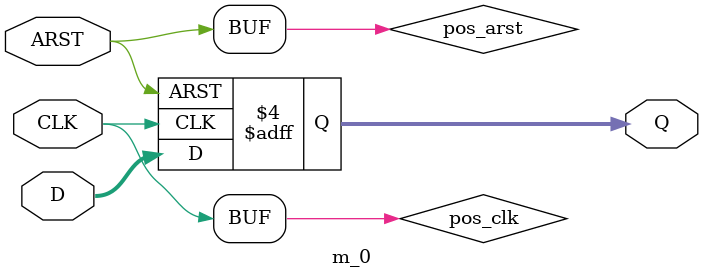
<source format=v>
module m_0(ARST, CLK, D, Q);

parameter WIDTH = 2;
parameter CLK_POLARITY = 1'b1;
parameter ARST_POLARITY = 1'b1;
parameter ARST_VALUE = 2;

input CLK, ARST;
input [WIDTH-1:0] D;
output reg [WIDTH-1:0] Q;
wire pos_clk = CLK == CLK_POLARITY;
wire pos_arst = ARST == ARST_POLARITY;

always @(posedge pos_clk, posedge pos_arst) begin
	if (pos_arst)
		Q <= ARST_VALUE;
	else
		Q <= D;
end

endmodule

</source>
